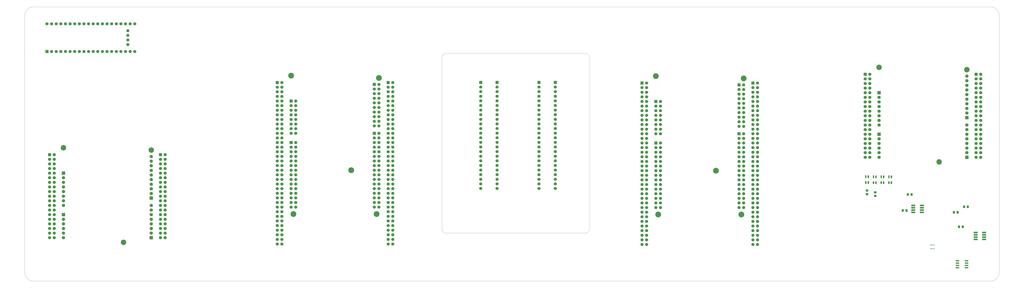
<source format=gbr>
%TF.GenerationSoftware,KiCad,Pcbnew,9.0.0+dfsg-1*%
%TF.CreationDate,2025-06-19T15:00:10-07:00*%
%TF.ProjectId,signalmesh,7369676e-616c-46d6-9573-682e6b696361,rev?*%
%TF.SameCoordinates,Original*%
%TF.FileFunction,Soldermask,Top*%
%TF.FilePolarity,Negative*%
%FSLAX46Y46*%
G04 Gerber Fmt 4.6, Leading zero omitted, Abs format (unit mm)*
G04 Created by KiCad (PCBNEW 9.0.0+dfsg-1) date 2025-06-19 15:00:10*
%MOMM*%
%LPD*%
G01*
G04 APERTURE LIST*
G04 Aperture macros list*
%AMRoundRect*
0 Rectangle with rounded corners*
0 $1 Rounding radius*
0 $2 $3 $4 $5 $6 $7 $8 $9 X,Y pos of 4 corners*
0 Add a 4 corners polygon primitive as box body*
4,1,4,$2,$3,$4,$5,$6,$7,$8,$9,$2,$3,0*
0 Add four circle primitives for the rounded corners*
1,1,$1+$1,$2,$3*
1,1,$1+$1,$4,$5*
1,1,$1+$1,$6,$7*
1,1,$1+$1,$8,$9*
0 Add four rect primitives between the rounded corners*
20,1,$1+$1,$2,$3,$4,$5,0*
20,1,$1+$1,$4,$5,$6,$7,0*
20,1,$1+$1,$6,$7,$8,$9,0*
20,1,$1+$1,$8,$9,$2,$3,0*%
G04 Aperture macros list end*
%ADD10RoundRect,0.250000X-0.350000X-0.450000X0.350000X-0.450000X0.350000X0.450000X-0.350000X0.450000X0*%
%ADD11R,0.800000X1.600000*%
%ADD12O,0.800000X1.600000*%
%ADD13RoundRect,0.250000X0.450000X-0.350000X0.450000X0.350000X-0.450000X0.350000X-0.450000X-0.350000X0*%
%ADD14RoundRect,0.250000X-0.450000X0.350000X-0.450000X-0.350000X0.450000X-0.350000X0.450000X0.350000X0*%
%ADD15C,3.200000*%
%ADD16RoundRect,0.102000X-0.754000X-0.754000X0.754000X-0.754000X0.754000X0.754000X-0.754000X0.754000X0*%
%ADD17C,1.712000*%
%ADD18R,0.350000X0.500000*%
%ADD19R,1.700000X1.700000*%
%ADD20C,1.700000*%
%ADD21C,3.000000*%
%ADD22RoundRect,0.102000X-0.802500X-0.802500X0.802500X-0.802500X0.802500X0.802500X-0.802500X0.802500X0*%
%ADD23C,1.809000*%
%ADD24RoundRect,0.102000X-0.765000X-0.765000X0.765000X-0.765000X0.765000X0.765000X-0.765000X0.765000X0*%
%ADD25C,1.734000*%
%ADD26RoundRect,0.102000X-0.990600X-0.279400X0.990600X-0.279400X0.990600X0.279400X-0.990600X0.279400X0*%
%ADD27RoundRect,0.150000X-0.825000X-0.150000X0.825000X-0.150000X0.825000X0.150000X-0.825000X0.150000X0*%
%TA.AperFunction,Profile*%
%ADD28C,0.050000*%
%TD*%
G04 APERTURE END LIST*
D10*
%TO.C,R12*%
X540120129Y-163000000D03*
X542120129Y-163000000D03*
%TD*%
D11*
%TO.C,D2*%
X495860000Y-143500000D03*
D12*
X495860000Y-146700000D03*
X497260000Y-143500000D03*
X497260000Y-146700000D03*
%TD*%
D13*
%TO.C,R17*%
X496860000Y-154000000D03*
X496860000Y-152000000D03*
%TD*%
D14*
%TO.C,R16*%
X492360000Y-151000000D03*
X492360000Y-153000000D03*
%TD*%
D15*
%TO.C,U1*%
X175740000Y-87730000D03*
X177010000Y-163930000D03*
X208760000Y-139800000D03*
X222730000Y-163930000D03*
X224000000Y-89000000D03*
D16*
X221460000Y-92556000D03*
D17*
X224000000Y-92556000D03*
X221460000Y-95096000D03*
X224000000Y-95096000D03*
X221460000Y-97636000D03*
X224000000Y-97636000D03*
X221460000Y-100176000D03*
X224000000Y-100176000D03*
X221460000Y-102716000D03*
X224000000Y-102716000D03*
X221460000Y-105256000D03*
X224000000Y-105256000D03*
X221460000Y-107796000D03*
X224000000Y-107796000D03*
X221460000Y-110336000D03*
X224000000Y-110336000D03*
X221460000Y-112876000D03*
X224000000Y-112876000D03*
X221460000Y-115416000D03*
X224000000Y-115416000D03*
D16*
X175740000Y-101700000D03*
D17*
X178280000Y-101700000D03*
X175740000Y-104240000D03*
X178280000Y-104240000D03*
X175740000Y-106780000D03*
X178280000Y-106780000D03*
X175740000Y-109320000D03*
X178280000Y-109320000D03*
X175740000Y-111860000D03*
X178280000Y-111860000D03*
X175740000Y-114400000D03*
X178280000Y-114400000D03*
X175740000Y-116940000D03*
X178280000Y-116940000D03*
X175740000Y-119480000D03*
X178280000Y-119480000D03*
D16*
X175740000Y-124560000D03*
D17*
X178280000Y-124560000D03*
X175740000Y-127100000D03*
X178280000Y-127100000D03*
X175740000Y-129640000D03*
X178280000Y-129640000D03*
X175740000Y-132180000D03*
X178280000Y-132180000D03*
X175740000Y-134720000D03*
X178280000Y-134720000D03*
X175740000Y-137260000D03*
X178280000Y-137260000D03*
X175740000Y-139800000D03*
X178280000Y-139800000D03*
X175740000Y-142340000D03*
X178280000Y-142340000D03*
X175740000Y-144880000D03*
X178280000Y-144880000D03*
X175740000Y-147420000D03*
X178280000Y-147420000D03*
X175740000Y-149960000D03*
X178280000Y-149960000D03*
X175740000Y-152500000D03*
X178280000Y-152500000D03*
X175740000Y-155040000D03*
X178280000Y-155040000D03*
X175740000Y-157580000D03*
X178280000Y-157580000D03*
X175740000Y-160120000D03*
X178280000Y-160120000D03*
D16*
X221460000Y-119480000D03*
D17*
X224000000Y-119480000D03*
X221460000Y-122020000D03*
X224000000Y-122020000D03*
X221460000Y-124560000D03*
X224000000Y-124560000D03*
X221460000Y-127100000D03*
X224000000Y-127100000D03*
X221460000Y-129640000D03*
X224000000Y-129640000D03*
X221460000Y-132180000D03*
X224000000Y-132180000D03*
X221460000Y-134720000D03*
X224000000Y-134720000D03*
X221460000Y-137260000D03*
X224000000Y-137260000D03*
X221460000Y-139800000D03*
X224000000Y-139800000D03*
X221460000Y-142340000D03*
X224000000Y-142340000D03*
X221460000Y-144880000D03*
X224000000Y-144880000D03*
X221460000Y-147420000D03*
X224000000Y-147420000D03*
X221460000Y-149960000D03*
X224000000Y-149960000D03*
X221460000Y-152500000D03*
X224000000Y-152500000D03*
X221460000Y-155040000D03*
X224000000Y-155040000D03*
X221460000Y-157580000D03*
X224000000Y-157580000D03*
X221460000Y-160120000D03*
X224000000Y-160120000D03*
D16*
X168120000Y-91540000D03*
D17*
X170660000Y-91540000D03*
X168120000Y-94080000D03*
X170660000Y-94080000D03*
X168120000Y-96620000D03*
X170660000Y-96620000D03*
X168120000Y-99160000D03*
X170660000Y-99160000D03*
X168120000Y-101700000D03*
X170660000Y-101700000D03*
X168120000Y-104240000D03*
X170660000Y-104240000D03*
X168120000Y-106780000D03*
X170660000Y-106780000D03*
X168120000Y-109320000D03*
X170660000Y-109320000D03*
X168120000Y-111860000D03*
X170660000Y-111860000D03*
X168120000Y-114400000D03*
X170660000Y-114400000D03*
X168120000Y-116940000D03*
X170660000Y-116940000D03*
X168120000Y-119480000D03*
X170660000Y-119480000D03*
X168120000Y-122020000D03*
X170660000Y-122020000D03*
X168120000Y-124560000D03*
X170660000Y-124560000D03*
X168120000Y-127100000D03*
X170660000Y-127100000D03*
X168120000Y-129640000D03*
X170660000Y-129640000D03*
X168120000Y-132180000D03*
X170660000Y-132180000D03*
X168120000Y-134720000D03*
X170660000Y-134720000D03*
X168120000Y-137260000D03*
X170660000Y-137260000D03*
X168120000Y-139800000D03*
X170660000Y-139800000D03*
X168120000Y-142340000D03*
X170660000Y-142340000D03*
X168120000Y-144880000D03*
X170660000Y-144880000D03*
X168120000Y-147420000D03*
X170660000Y-147420000D03*
X168120000Y-149960000D03*
X170660000Y-149960000D03*
X168120000Y-152500000D03*
X170660000Y-152500000D03*
X168120000Y-155040000D03*
X170660000Y-155040000D03*
X168120000Y-157580000D03*
X170660000Y-157580000D03*
X168120000Y-160120000D03*
X170660000Y-160120000D03*
X168120000Y-162660000D03*
X170660000Y-162660000D03*
X168120000Y-165200000D03*
X170660000Y-165200000D03*
X168120000Y-167740000D03*
X170660000Y-167740000D03*
X168120000Y-170280000D03*
X170660000Y-170280000D03*
X168120000Y-172820000D03*
X170660000Y-172820000D03*
X168120000Y-175360000D03*
X170660000Y-175360000D03*
X168120000Y-177900000D03*
X170660000Y-177900000D03*
X168120000Y-180440000D03*
X170660000Y-180440000D03*
D16*
X229080000Y-91560000D03*
D17*
X231620000Y-91560000D03*
X229080000Y-94100000D03*
X231620000Y-94100000D03*
X229080000Y-96640000D03*
X231620000Y-96640000D03*
X229080000Y-99180000D03*
X231620000Y-99180000D03*
X229080000Y-101720000D03*
X231620000Y-101720000D03*
X229080000Y-104260000D03*
X231620000Y-104260000D03*
X229080000Y-106800000D03*
X231620000Y-106800000D03*
X229080000Y-109340000D03*
X231620000Y-109340000D03*
X229080000Y-111880000D03*
X231620000Y-111880000D03*
X229080000Y-114420000D03*
X231620000Y-114420000D03*
X229080000Y-116960000D03*
X231620000Y-116960000D03*
X229080000Y-119500000D03*
X231620000Y-119500000D03*
X229080000Y-122040000D03*
X231620000Y-122040000D03*
X229080000Y-124580000D03*
X231620000Y-124580000D03*
X229080000Y-127120000D03*
X231620000Y-127120000D03*
X229080000Y-129660000D03*
X231620000Y-129660000D03*
X229080000Y-132200000D03*
X231620000Y-132200000D03*
X229080000Y-134740000D03*
X231620000Y-134740000D03*
X229080000Y-137280000D03*
X231620000Y-137280000D03*
X229080000Y-139820000D03*
X231620000Y-139820000D03*
X229080000Y-142360000D03*
X231620000Y-142360000D03*
X229080000Y-144900000D03*
X231620000Y-144900000D03*
X229080000Y-147440000D03*
X231620000Y-147440000D03*
X229080000Y-149980000D03*
X231620000Y-149980000D03*
X229080000Y-152520000D03*
X231620000Y-152520000D03*
X229080000Y-155060000D03*
X231620000Y-155060000D03*
X229080000Y-157600000D03*
X231620000Y-157600000D03*
X229080000Y-160140000D03*
X231620000Y-160140000D03*
X229080000Y-162680000D03*
X231620000Y-162680000D03*
X229080000Y-165220000D03*
X231620000Y-165220000D03*
X229080000Y-167760000D03*
X231620000Y-167760000D03*
X229080000Y-170300000D03*
X231620000Y-170300000D03*
X229080000Y-172840000D03*
X231620000Y-172840000D03*
X229080000Y-175380000D03*
X231620000Y-175380000D03*
X229080000Y-177920000D03*
X231620000Y-177920000D03*
X229080000Y-180460000D03*
X231620000Y-180460000D03*
%TD*%
D18*
%TO.C,U6*%
X527285300Y-180950000D03*
X527935300Y-180950000D03*
X528585300Y-180950000D03*
X529235300Y-180950000D03*
X529235300Y-183000000D03*
X528585300Y-183000000D03*
X527935300Y-183000000D03*
X527285300Y-183000000D03*
%TD*%
D19*
%TO.C,J9*%
X321000000Y-91460000D03*
D20*
X321000000Y-94000000D03*
X321000000Y-96540000D03*
X321000000Y-99080000D03*
X321000000Y-101620000D03*
X321000000Y-104160000D03*
X321000000Y-106700000D03*
X321000000Y-109240000D03*
X321000000Y-111780000D03*
X321000000Y-114320000D03*
X321000000Y-116860000D03*
X321000000Y-119400000D03*
X321000000Y-121940000D03*
X321000000Y-124480000D03*
X321000000Y-127020000D03*
X321000000Y-129560000D03*
X321000000Y-132100000D03*
X321000000Y-134640000D03*
X321000000Y-137180000D03*
X321000000Y-139720000D03*
X321000000Y-142260000D03*
X321000000Y-144800000D03*
X321000000Y-147340000D03*
X321000000Y-149880000D03*
%TD*%
D10*
%TO.C,R10*%
X545720043Y-160000000D03*
X547720043Y-160000000D03*
%TD*%
D11*
%TO.C,D4*%
X504360000Y-143500000D03*
D12*
X504360000Y-146700000D03*
X505760000Y-143500000D03*
X505760000Y-146700000D03*
%TD*%
D19*
%TO.C,J1*%
X289000000Y-91500000D03*
D20*
X289000000Y-94040000D03*
X289000000Y-96580000D03*
X289000000Y-99120000D03*
X289000000Y-101660000D03*
X289000000Y-104200000D03*
X289000000Y-106740000D03*
X289000000Y-109280000D03*
X289000000Y-111820000D03*
X289000000Y-114360000D03*
X289000000Y-116900000D03*
X289000000Y-119440000D03*
X289000000Y-121980000D03*
X289000000Y-124520000D03*
X289000000Y-127060000D03*
X289000000Y-129600000D03*
X289000000Y-132140000D03*
X289000000Y-134680000D03*
X289000000Y-137220000D03*
X289000000Y-139760000D03*
X289000000Y-142300000D03*
X289000000Y-144840000D03*
X289000000Y-147380000D03*
X289000000Y-149920000D03*
%TD*%
D10*
%TO.C,R18*%
X512009914Y-162050000D03*
X514009914Y-162050000D03*
%TD*%
D19*
%TO.C,J8*%
X280000000Y-91500000D03*
D20*
X280000000Y-94040000D03*
X280000000Y-96580000D03*
X280000000Y-99120000D03*
X280000000Y-101660000D03*
X280000000Y-104200000D03*
X280000000Y-106740000D03*
X280000000Y-109280000D03*
X280000000Y-111820000D03*
X280000000Y-114360000D03*
X280000000Y-116900000D03*
X280000000Y-119440000D03*
X280000000Y-121980000D03*
X280000000Y-124520000D03*
X280000000Y-127060000D03*
X280000000Y-129600000D03*
X280000000Y-132140000D03*
X280000000Y-134680000D03*
X280000000Y-137220000D03*
X280000000Y-139760000D03*
X280000000Y-142300000D03*
X280000000Y-144840000D03*
X280000000Y-147380000D03*
X280000000Y-149920000D03*
%TD*%
D10*
%TO.C,R15*%
X514809871Y-153200000D03*
X516809871Y-153200000D03*
%TD*%
D11*
%TO.C,D3*%
X500105086Y-143500000D03*
D12*
X500105086Y-146700000D03*
X501505086Y-143500000D03*
X501505086Y-146700000D03*
%TD*%
D19*
%TO.C,J2*%
X312000000Y-91500000D03*
D20*
X312000000Y-94040000D03*
X312000000Y-96580000D03*
X312000000Y-99120000D03*
X312000000Y-101660000D03*
X312000000Y-104200000D03*
X312000000Y-106740000D03*
X312000000Y-109280000D03*
X312000000Y-111820000D03*
X312000000Y-114360000D03*
X312000000Y-116900000D03*
X312000000Y-119440000D03*
X312000000Y-121980000D03*
X312000000Y-124520000D03*
X312000000Y-127060000D03*
X312000000Y-129600000D03*
X312000000Y-132140000D03*
X312000000Y-134680000D03*
X312000000Y-137220000D03*
X312000000Y-139760000D03*
X312000000Y-142300000D03*
X312000000Y-144840000D03*
X312000000Y-147380000D03*
X312000000Y-149920000D03*
%TD*%
D21*
%TO.C,U9*%
X498980000Y-83190000D03*
X532000000Y-135260000D03*
X547240000Y-84460000D03*
D22*
X547240000Y-110880000D03*
D23*
X547240000Y-108340000D03*
X547240000Y-105800000D03*
X547240000Y-103260000D03*
X547240000Y-100720000D03*
X547240000Y-98180000D03*
X547240000Y-95640000D03*
X547240000Y-93100000D03*
X547240000Y-90560000D03*
X547240000Y-88020000D03*
D22*
X498980000Y-97160000D03*
D23*
X498980000Y-99700000D03*
X498980000Y-102240000D03*
X498980000Y-104780000D03*
X498980000Y-107320000D03*
X498980000Y-109860000D03*
X498980000Y-112400000D03*
X498980000Y-114940000D03*
D24*
X491360000Y-87000000D03*
D25*
X493900000Y-87000000D03*
X491360000Y-89540000D03*
X493900000Y-89540000D03*
X491360000Y-92080000D03*
X493900000Y-92080000D03*
X491360000Y-94620000D03*
X493900000Y-94620000D03*
X491360000Y-97160000D03*
X493900000Y-97160000D03*
X491360000Y-99700000D03*
X493900000Y-99700000D03*
X491360000Y-102240000D03*
X493900000Y-102240000D03*
X491360000Y-104780000D03*
X493900000Y-104780000D03*
X491360000Y-107320000D03*
X493900000Y-107320000D03*
X491360000Y-109860000D03*
X493900000Y-109860000D03*
X491360000Y-112400000D03*
X493900000Y-112400000D03*
X491360000Y-114940000D03*
X493900000Y-114940000D03*
X491360000Y-117480000D03*
X493900000Y-117480000D03*
X491360000Y-120020000D03*
X493900000Y-120020000D03*
X491360000Y-122560000D03*
X493900000Y-122560000D03*
X491360000Y-125100000D03*
X493900000Y-125100000D03*
X491360000Y-127640000D03*
X493900000Y-127640000D03*
X491360000Y-130180000D03*
X493900000Y-130180000D03*
X491360000Y-132720000D03*
X493900000Y-132720000D03*
D22*
X498980000Y-120020000D03*
D23*
X498980000Y-122560000D03*
X498980000Y-125100000D03*
X498980000Y-127640000D03*
X498980000Y-130180000D03*
X498980000Y-132720000D03*
D22*
X547240000Y-132720000D03*
D23*
X547240000Y-130180000D03*
X547240000Y-127640000D03*
X547240000Y-125100000D03*
X547240000Y-122560000D03*
X547240000Y-120020000D03*
X547240000Y-117480000D03*
X547240000Y-114940000D03*
D24*
X552320000Y-87000000D03*
D25*
X554860000Y-87000000D03*
X552320000Y-89540000D03*
X554860000Y-89540000D03*
X552320000Y-92080000D03*
X554860000Y-92080000D03*
X552320000Y-94620000D03*
X554860000Y-94620000D03*
X552320000Y-97160000D03*
X554860000Y-97160000D03*
X552320000Y-99700000D03*
X554860000Y-99700000D03*
X552320000Y-102240000D03*
X554860000Y-102240000D03*
X552320000Y-104780000D03*
X554860000Y-104780000D03*
X552320000Y-107320000D03*
X554860000Y-107320000D03*
X552320000Y-109860000D03*
X554860000Y-109860000D03*
X552320000Y-112400000D03*
X554860000Y-112400000D03*
X552320000Y-114940000D03*
X554860000Y-114940000D03*
X552320000Y-117480000D03*
X554860000Y-117480000D03*
X552320000Y-120020000D03*
X554860000Y-120020000D03*
X552320000Y-122560000D03*
X554860000Y-122560000D03*
X552320000Y-125100000D03*
X554860000Y-125100000D03*
X552320000Y-127640000D03*
X554860000Y-127640000D03*
X552320000Y-130180000D03*
X554860000Y-130180000D03*
X552320000Y-132720000D03*
X554860000Y-132720000D03*
%TD*%
D19*
%TO.C,U4*%
X41550000Y-74500000D03*
D20*
X44090000Y-74500000D03*
X46630000Y-74500000D03*
X49170000Y-74500000D03*
X51710000Y-74500000D03*
X54250000Y-74500000D03*
X56790000Y-74500000D03*
X59330000Y-74500000D03*
X61870000Y-74500000D03*
X64410000Y-74500000D03*
X66950000Y-74500000D03*
X69490000Y-74500000D03*
X72030000Y-74500000D03*
X74570000Y-74500000D03*
X77110000Y-74500000D03*
X79650000Y-74500000D03*
X82190000Y-74500000D03*
X84730000Y-74500000D03*
X87270000Y-74500000D03*
X89810000Y-74500000D03*
X89810000Y-59260000D03*
X87270000Y-59260000D03*
X84730000Y-59260000D03*
X82190000Y-59260000D03*
X79650000Y-59260000D03*
X77110000Y-59260000D03*
X74570000Y-59260000D03*
X72030000Y-59260000D03*
X69490000Y-59260000D03*
X66950000Y-59260000D03*
X64410000Y-59260000D03*
X61870000Y-59260000D03*
X59330000Y-59260000D03*
X56790000Y-59260000D03*
X54250000Y-59260000D03*
X51710000Y-59260000D03*
X49170000Y-59260000D03*
X46630000Y-59260000D03*
X44090000Y-59260000D03*
X41550000Y-59260000D03*
X85999000Y-63068000D03*
X85999000Y-65608000D03*
X85999000Y-68148000D03*
X85999000Y-70688000D03*
%TD*%
D21*
%TO.C,U3*%
X50620000Y-127470000D03*
X83640000Y-179540000D03*
X98880000Y-128740000D03*
D22*
X98880000Y-155160000D03*
D23*
X98880000Y-152620000D03*
X98880000Y-150080000D03*
X98880000Y-147540000D03*
X98880000Y-145000000D03*
X98880000Y-142460000D03*
X98880000Y-139920000D03*
X98880000Y-137380000D03*
X98880000Y-134840000D03*
X98880000Y-132300000D03*
D22*
X50620000Y-141440000D03*
D23*
X50620000Y-143980000D03*
X50620000Y-146520000D03*
X50620000Y-149060000D03*
X50620000Y-151600000D03*
X50620000Y-154140000D03*
X50620000Y-156680000D03*
X50620000Y-159220000D03*
D24*
X43000000Y-131280000D03*
D25*
X45540000Y-131280000D03*
X43000000Y-133820000D03*
X45540000Y-133820000D03*
X43000000Y-136360000D03*
X45540000Y-136360000D03*
X43000000Y-138900000D03*
X45540000Y-138900000D03*
X43000000Y-141440000D03*
X45540000Y-141440000D03*
X43000000Y-143980000D03*
X45540000Y-143980000D03*
X43000000Y-146520000D03*
X45540000Y-146520000D03*
X43000000Y-149060000D03*
X45540000Y-149060000D03*
X43000000Y-151600000D03*
X45540000Y-151600000D03*
X43000000Y-154140000D03*
X45540000Y-154140000D03*
X43000000Y-156680000D03*
X45540000Y-156680000D03*
X43000000Y-159220000D03*
X45540000Y-159220000D03*
X43000000Y-161760000D03*
X45540000Y-161760000D03*
X43000000Y-164300000D03*
X45540000Y-164300000D03*
X43000000Y-166840000D03*
X45540000Y-166840000D03*
X43000000Y-169380000D03*
X45540000Y-169380000D03*
X43000000Y-171920000D03*
X45540000Y-171920000D03*
X43000000Y-174460000D03*
X45540000Y-174460000D03*
X43000000Y-177000000D03*
X45540000Y-177000000D03*
D22*
X50620000Y-164300000D03*
D23*
X50620000Y-166840000D03*
X50620000Y-169380000D03*
X50620000Y-171920000D03*
X50620000Y-174460000D03*
X50620000Y-177000000D03*
D22*
X98880000Y-177000000D03*
D23*
X98880000Y-174460000D03*
X98880000Y-171920000D03*
X98880000Y-169380000D03*
X98880000Y-166840000D03*
X98880000Y-164300000D03*
X98880000Y-161760000D03*
X98880000Y-159220000D03*
D24*
X103960000Y-131280000D03*
D25*
X106500000Y-131280000D03*
X103960000Y-133820000D03*
X106500000Y-133820000D03*
X103960000Y-136360000D03*
X106500000Y-136360000D03*
X103960000Y-138900000D03*
X106500000Y-138900000D03*
X103960000Y-141440000D03*
X106500000Y-141440000D03*
X103960000Y-143980000D03*
X106500000Y-143980000D03*
X103960000Y-146520000D03*
X106500000Y-146520000D03*
X103960000Y-149060000D03*
X106500000Y-149060000D03*
X103960000Y-151600000D03*
X106500000Y-151600000D03*
X103960000Y-154140000D03*
X106500000Y-154140000D03*
X103960000Y-156680000D03*
X106500000Y-156680000D03*
X103960000Y-159220000D03*
X106500000Y-159220000D03*
X103960000Y-161760000D03*
X106500000Y-161760000D03*
X103960000Y-164300000D03*
X106500000Y-164300000D03*
X103960000Y-166840000D03*
X106500000Y-166840000D03*
X103960000Y-169380000D03*
X106500000Y-169380000D03*
X103960000Y-171920000D03*
X106500000Y-171920000D03*
X103960000Y-174460000D03*
X106500000Y-174460000D03*
X103960000Y-177000000D03*
X106500000Y-177000000D03*
%TD*%
D11*
%TO.C,D1*%
X491660000Y-143400000D03*
D12*
X491660000Y-146600000D03*
X493060000Y-143400000D03*
X493060000Y-146600000D03*
%TD*%
D26*
%TO.C,U5*%
X551997800Y-174095000D03*
X551997800Y-175365000D03*
X551997800Y-176635000D03*
X551997800Y-177905000D03*
X556722200Y-177905000D03*
X556722200Y-176635000D03*
X556722200Y-175365000D03*
X556722200Y-174095000D03*
%TD*%
%TO.C,U8*%
X517725429Y-159184600D03*
X517725429Y-160454600D03*
X517725429Y-161724600D03*
X517725429Y-162994600D03*
X522449829Y-162994600D03*
X522449829Y-161724600D03*
X522449829Y-160454600D03*
X522449829Y-159184600D03*
%TD*%
D15*
%TO.C,U2*%
X376240000Y-88030000D03*
X377510000Y-164230000D03*
X409260000Y-140100000D03*
X423230000Y-164230000D03*
X424500000Y-89300000D03*
D16*
X421960000Y-92856000D03*
D17*
X424500000Y-92856000D03*
X421960000Y-95396000D03*
X424500000Y-95396000D03*
X421960000Y-97936000D03*
X424500000Y-97936000D03*
X421960000Y-100476000D03*
X424500000Y-100476000D03*
X421960000Y-103016000D03*
X424500000Y-103016000D03*
X421960000Y-105556000D03*
X424500000Y-105556000D03*
X421960000Y-108096000D03*
X424500000Y-108096000D03*
X421960000Y-110636000D03*
X424500000Y-110636000D03*
X421960000Y-113176000D03*
X424500000Y-113176000D03*
X421960000Y-115716000D03*
X424500000Y-115716000D03*
D16*
X376240000Y-102000000D03*
D17*
X378780000Y-102000000D03*
X376240000Y-104540000D03*
X378780000Y-104540000D03*
X376240000Y-107080000D03*
X378780000Y-107080000D03*
X376240000Y-109620000D03*
X378780000Y-109620000D03*
X376240000Y-112160000D03*
X378780000Y-112160000D03*
X376240000Y-114700000D03*
X378780000Y-114700000D03*
X376240000Y-117240000D03*
X378780000Y-117240000D03*
X376240000Y-119780000D03*
X378780000Y-119780000D03*
D16*
X376240000Y-124860000D03*
D17*
X378780000Y-124860000D03*
X376240000Y-127400000D03*
X378780000Y-127400000D03*
X376240000Y-129940000D03*
X378780000Y-129940000D03*
X376240000Y-132480000D03*
X378780000Y-132480000D03*
X376240000Y-135020000D03*
X378780000Y-135020000D03*
X376240000Y-137560000D03*
X378780000Y-137560000D03*
X376240000Y-140100000D03*
X378780000Y-140100000D03*
X376240000Y-142640000D03*
X378780000Y-142640000D03*
X376240000Y-145180000D03*
X378780000Y-145180000D03*
X376240000Y-147720000D03*
X378780000Y-147720000D03*
X376240000Y-150260000D03*
X378780000Y-150260000D03*
X376240000Y-152800000D03*
X378780000Y-152800000D03*
X376240000Y-155340000D03*
X378780000Y-155340000D03*
X376240000Y-157880000D03*
X378780000Y-157880000D03*
X376240000Y-160420000D03*
X378780000Y-160420000D03*
D16*
X421960000Y-119780000D03*
D17*
X424500000Y-119780000D03*
X421960000Y-122320000D03*
X424500000Y-122320000D03*
X421960000Y-124860000D03*
X424500000Y-124860000D03*
X421960000Y-127400000D03*
X424500000Y-127400000D03*
X421960000Y-129940000D03*
X424500000Y-129940000D03*
X421960000Y-132480000D03*
X424500000Y-132480000D03*
X421960000Y-135020000D03*
X424500000Y-135020000D03*
X421960000Y-137560000D03*
X424500000Y-137560000D03*
X421960000Y-140100000D03*
X424500000Y-140100000D03*
X421960000Y-142640000D03*
X424500000Y-142640000D03*
X421960000Y-145180000D03*
X424500000Y-145180000D03*
X421960000Y-147720000D03*
X424500000Y-147720000D03*
X421960000Y-150260000D03*
X424500000Y-150260000D03*
X421960000Y-152800000D03*
X424500000Y-152800000D03*
X421960000Y-155340000D03*
X424500000Y-155340000D03*
X421960000Y-157880000D03*
X424500000Y-157880000D03*
X421960000Y-160420000D03*
X424500000Y-160420000D03*
D16*
X368620000Y-91840000D03*
D17*
X371160000Y-91840000D03*
X368620000Y-94380000D03*
X371160000Y-94380000D03*
X368620000Y-96920000D03*
X371160000Y-96920000D03*
X368620000Y-99460000D03*
X371160000Y-99460000D03*
X368620000Y-102000000D03*
X371160000Y-102000000D03*
X368620000Y-104540000D03*
X371160000Y-104540000D03*
X368620000Y-107080000D03*
X371160000Y-107080000D03*
X368620000Y-109620000D03*
X371160000Y-109620000D03*
X368620000Y-112160000D03*
X371160000Y-112160000D03*
X368620000Y-114700000D03*
X371160000Y-114700000D03*
X368620000Y-117240000D03*
X371160000Y-117240000D03*
X368620000Y-119780000D03*
X371160000Y-119780000D03*
X368620000Y-122320000D03*
X371160000Y-122320000D03*
X368620000Y-124860000D03*
X371160000Y-124860000D03*
X368620000Y-127400000D03*
X371160000Y-127400000D03*
X368620000Y-129940000D03*
X371160000Y-129940000D03*
X368620000Y-132480000D03*
X371160000Y-132480000D03*
X368620000Y-135020000D03*
X371160000Y-135020000D03*
X368620000Y-137560000D03*
X371160000Y-137560000D03*
X368620000Y-140100000D03*
X371160000Y-140100000D03*
X368620000Y-142640000D03*
X371160000Y-142640000D03*
X368620000Y-145180000D03*
X371160000Y-145180000D03*
X368620000Y-147720000D03*
X371160000Y-147720000D03*
X368620000Y-150260000D03*
X371160000Y-150260000D03*
X368620000Y-152800000D03*
X371160000Y-152800000D03*
X368620000Y-155340000D03*
X371160000Y-155340000D03*
X368620000Y-157880000D03*
X371160000Y-157880000D03*
X368620000Y-160420000D03*
X371160000Y-160420000D03*
X368620000Y-162960000D03*
X371160000Y-162960000D03*
X368620000Y-165500000D03*
X371160000Y-165500000D03*
X368620000Y-168040000D03*
X371160000Y-168040000D03*
X368620000Y-170580000D03*
X371160000Y-170580000D03*
X368620000Y-173120000D03*
X371160000Y-173120000D03*
X368620000Y-175660000D03*
X371160000Y-175660000D03*
X368620000Y-178200000D03*
X371160000Y-178200000D03*
X368620000Y-180740000D03*
X371160000Y-180740000D03*
D16*
X429580000Y-91860000D03*
D17*
X432120000Y-91860000D03*
X429580000Y-94400000D03*
X432120000Y-94400000D03*
X429580000Y-96940000D03*
X432120000Y-96940000D03*
X429580000Y-99480000D03*
X432120000Y-99480000D03*
X429580000Y-102020000D03*
X432120000Y-102020000D03*
X429580000Y-104560000D03*
X432120000Y-104560000D03*
X429580000Y-107100000D03*
X432120000Y-107100000D03*
X429580000Y-109640000D03*
X432120000Y-109640000D03*
X429580000Y-112180000D03*
X432120000Y-112180000D03*
X429580000Y-114720000D03*
X432120000Y-114720000D03*
X429580000Y-117260000D03*
X432120000Y-117260000D03*
X429580000Y-119800000D03*
X432120000Y-119800000D03*
X429580000Y-122340000D03*
X432120000Y-122340000D03*
X429580000Y-124880000D03*
X432120000Y-124880000D03*
X429580000Y-127420000D03*
X432120000Y-127420000D03*
X429580000Y-129960000D03*
X432120000Y-129960000D03*
X429580000Y-132500000D03*
X432120000Y-132500000D03*
X429580000Y-135040000D03*
X432120000Y-135040000D03*
X429580000Y-137580000D03*
X432120000Y-137580000D03*
X429580000Y-140120000D03*
X432120000Y-140120000D03*
X429580000Y-142660000D03*
X432120000Y-142660000D03*
X429580000Y-145200000D03*
X432120000Y-145200000D03*
X429580000Y-147740000D03*
X432120000Y-147740000D03*
X429580000Y-150280000D03*
X432120000Y-150280000D03*
X429580000Y-152820000D03*
X432120000Y-152820000D03*
X429580000Y-155360000D03*
X432120000Y-155360000D03*
X429580000Y-157900000D03*
X432120000Y-157900000D03*
X429580000Y-160440000D03*
X432120000Y-160440000D03*
X429580000Y-162980000D03*
X432120000Y-162980000D03*
X429580000Y-165520000D03*
X432120000Y-165520000D03*
X429580000Y-168060000D03*
X432120000Y-168060000D03*
X429580000Y-170600000D03*
X432120000Y-170600000D03*
X429580000Y-173140000D03*
X432120000Y-173140000D03*
X429580000Y-175680000D03*
X432120000Y-175680000D03*
X429580000Y-178220000D03*
X432120000Y-178220000D03*
X429580000Y-180760000D03*
X432120000Y-180760000D03*
%TD*%
D10*
%TO.C,R11*%
X542920086Y-171000000D03*
X544920086Y-171000000D03*
%TD*%
D27*
%TO.C,U7*%
X542050000Y-189690000D03*
X542050000Y-190960000D03*
X542050000Y-192230000D03*
X542050000Y-193500000D03*
X547000000Y-193500000D03*
X547000000Y-192230000D03*
X547000000Y-190960000D03*
X547000000Y-189690000D03*
%TD*%
D28*
X337410000Y-174450000D02*
X261210000Y-174450000D01*
X34180000Y-200880000D02*
G75*
G02*
X29180000Y-195880000I0J5000000D01*
G01*
X313280000Y-75390000D02*
X337410000Y-75390000D01*
X261210000Y-174450000D02*
G75*
G02*
X258670000Y-171910000I0J2540000D01*
G01*
X29180000Y-195880000D02*
X29180000Y-54880000D01*
X258670000Y-171910000D02*
X258670000Y-77930000D01*
X258670000Y-77930000D02*
G75*
G02*
X261210000Y-75390000I2540000J0D01*
G01*
X337410000Y-75390000D02*
G75*
G02*
X339950000Y-77930000I0J-2540000D01*
G01*
X339950000Y-77930000D02*
X339950000Y-171910000D01*
X261210000Y-75390000D02*
X313280000Y-75390000D01*
X34180000Y-49880000D02*
X560180000Y-49951068D01*
X560180000Y-200880000D02*
X34180000Y-200880000D01*
X565180000Y-195880000D02*
G75*
G02*
X560180000Y-200880000I-5000000J0D01*
G01*
X339950000Y-171910000D02*
G75*
G02*
X337410000Y-174450000I-2540000J0D01*
G01*
X565180000Y-54951068D02*
X565180000Y-195880000D01*
X29180000Y-54880000D02*
G75*
G02*
X34180000Y-49880000I5000000J0D01*
G01*
X560180000Y-49951068D02*
G75*
G02*
X565180032Y-54951068I0J-5000032D01*
G01*
M02*

</source>
